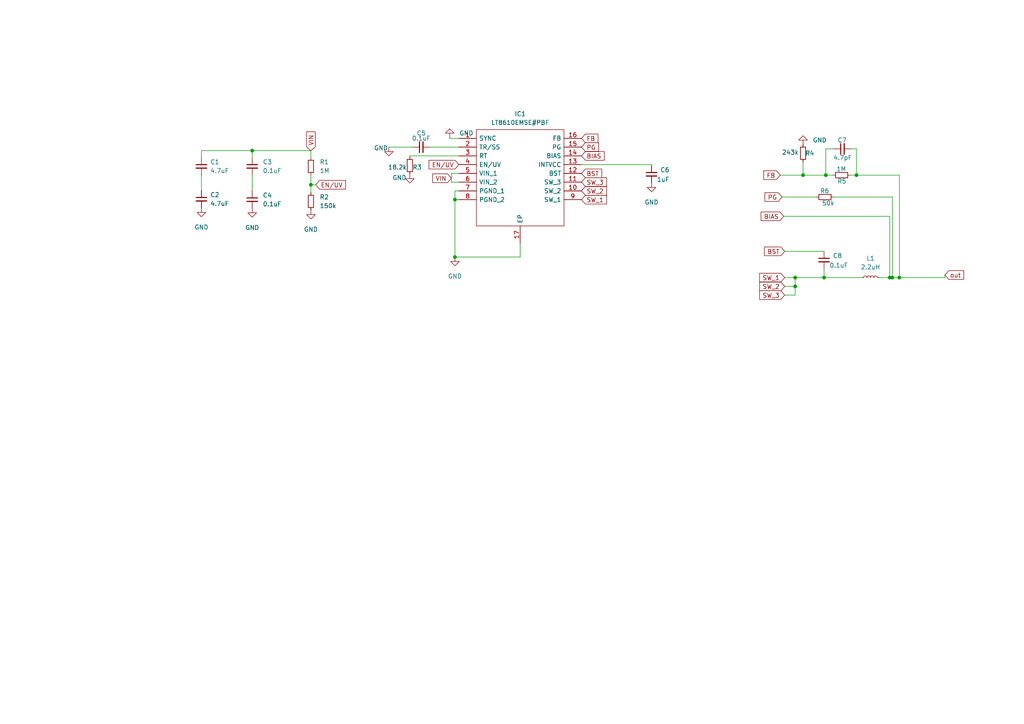
<source format=kicad_sch>
(kicad_sch (version 20211123) (generator eeschema)

  (uuid 12284b52-1f92-45ca-9db7-b3c4a1635e90)

  (paper "A4")

  (lib_symbols
    (symbol "Device:C_Small" (pin_numbers hide) (pin_names (offset 0.254) hide) (in_bom yes) (on_board yes)
      (property "Reference" "C" (id 0) (at 0.254 1.778 0)
        (effects (font (size 1.27 1.27)) (justify left))
      )
      (property "Value" "C_Small" (id 1) (at 0.254 -2.032 0)
        (effects (font (size 1.27 1.27)) (justify left))
      )
      (property "Footprint" "" (id 2) (at 0 0 0)
        (effects (font (size 1.27 1.27)) hide)
      )
      (property "Datasheet" "~" (id 3) (at 0 0 0)
        (effects (font (size 1.27 1.27)) hide)
      )
      (property "ki_keywords" "capacitor cap" (id 4) (at 0 0 0)
        (effects (font (size 1.27 1.27)) hide)
      )
      (property "ki_description" "Unpolarized capacitor, small symbol" (id 5) (at 0 0 0)
        (effects (font (size 1.27 1.27)) hide)
      )
      (property "ki_fp_filters" "C_*" (id 6) (at 0 0 0)
        (effects (font (size 1.27 1.27)) hide)
      )
      (symbol "C_Small_0_1"
        (polyline
          (pts
            (xy -1.524 -0.508)
            (xy 1.524 -0.508)
          )
          (stroke (width 0.3302) (type default) (color 0 0 0 0))
          (fill (type none))
        )
        (polyline
          (pts
            (xy -1.524 0.508)
            (xy 1.524 0.508)
          )
          (stroke (width 0.3048) (type default) (color 0 0 0 0))
          (fill (type none))
        )
      )
      (symbol "C_Small_1_1"
        (pin passive line (at 0 2.54 270) (length 2.032)
          (name "~" (effects (font (size 1.27 1.27))))
          (number "1" (effects (font (size 1.27 1.27))))
        )
        (pin passive line (at 0 -2.54 90) (length 2.032)
          (name "~" (effects (font (size 1.27 1.27))))
          (number "2" (effects (font (size 1.27 1.27))))
        )
      )
    )
    (symbol "Device:L_Small" (pin_numbers hide) (pin_names (offset 0.254) hide) (in_bom yes) (on_board yes)
      (property "Reference" "L" (id 0) (at 0.762 1.016 0)
        (effects (font (size 1.27 1.27)) (justify left))
      )
      (property "Value" "L_Small" (id 1) (at 0.762 -1.016 0)
        (effects (font (size 1.27 1.27)) (justify left))
      )
      (property "Footprint" "" (id 2) (at 0 0 0)
        (effects (font (size 1.27 1.27)) hide)
      )
      (property "Datasheet" "~" (id 3) (at 0 0 0)
        (effects (font (size 1.27 1.27)) hide)
      )
      (property "ki_keywords" "inductor choke coil reactor magnetic" (id 4) (at 0 0 0)
        (effects (font (size 1.27 1.27)) hide)
      )
      (property "ki_description" "Inductor, small symbol" (id 5) (at 0 0 0)
        (effects (font (size 1.27 1.27)) hide)
      )
      (property "ki_fp_filters" "Choke_* *Coil* Inductor_* L_*" (id 6) (at 0 0 0)
        (effects (font (size 1.27 1.27)) hide)
      )
      (symbol "L_Small_0_1"
        (arc (start 0 -2.032) (mid 0.508 -1.524) (end 0 -1.016)
          (stroke (width 0) (type default) (color 0 0 0 0))
          (fill (type none))
        )
        (arc (start 0 -1.016) (mid 0.508 -0.508) (end 0 0)
          (stroke (width 0) (type default) (color 0 0 0 0))
          (fill (type none))
        )
        (arc (start 0 0) (mid 0.508 0.508) (end 0 1.016)
          (stroke (width 0) (type default) (color 0 0 0 0))
          (fill (type none))
        )
        (arc (start 0 1.016) (mid 0.508 1.524) (end 0 2.032)
          (stroke (width 0) (type default) (color 0 0 0 0))
          (fill (type none))
        )
      )
      (symbol "L_Small_1_1"
        (pin passive line (at 0 2.54 270) (length 0.508)
          (name "~" (effects (font (size 1.27 1.27))))
          (number "1" (effects (font (size 1.27 1.27))))
        )
        (pin passive line (at 0 -2.54 90) (length 0.508)
          (name "~" (effects (font (size 1.27 1.27))))
          (number "2" (effects (font (size 1.27 1.27))))
        )
      )
    )
    (symbol "Device:R_Small" (pin_numbers hide) (pin_names (offset 0.254) hide) (in_bom yes) (on_board yes)
      (property "Reference" "R" (id 0) (at 0.762 0.508 0)
        (effects (font (size 1.27 1.27)) (justify left))
      )
      (property "Value" "R_Small" (id 1) (at 0.762 -1.016 0)
        (effects (font (size 1.27 1.27)) (justify left))
      )
      (property "Footprint" "" (id 2) (at 0 0 0)
        (effects (font (size 1.27 1.27)) hide)
      )
      (property "Datasheet" "~" (id 3) (at 0 0 0)
        (effects (font (size 1.27 1.27)) hide)
      )
      (property "ki_keywords" "R resistor" (id 4) (at 0 0 0)
        (effects (font (size 1.27 1.27)) hide)
      )
      (property "ki_description" "Resistor, small symbol" (id 5) (at 0 0 0)
        (effects (font (size 1.27 1.27)) hide)
      )
      (property "ki_fp_filters" "R_*" (id 6) (at 0 0 0)
        (effects (font (size 1.27 1.27)) hide)
      )
      (symbol "R_Small_0_1"
        (rectangle (start -0.762 1.778) (end 0.762 -1.778)
          (stroke (width 0.2032) (type default) (color 0 0 0 0))
          (fill (type none))
        )
      )
      (symbol "R_Small_1_1"
        (pin passive line (at 0 2.54 270) (length 0.762)
          (name "~" (effects (font (size 1.27 1.27))))
          (number "1" (effects (font (size 1.27 1.27))))
        )
        (pin passive line (at 0 -2.54 90) (length 0.762)
          (name "~" (effects (font (size 1.27 1.27))))
          (number "2" (effects (font (size 1.27 1.27))))
        )
      )
    )
    (symbol "SamacSys_Parts:LT8610EMSE#PBF" (pin_names (offset 0.762)) (in_bom yes) (on_board yes)
      (property "Reference" "IC" (id 0) (at 31.75 7.62 0)
        (effects (font (size 1.27 1.27)) (justify left))
      )
      (property "Value" "LT8610EMSE#PBF" (id 1) (at 31.75 5.08 0)
        (effects (font (size 1.27 1.27)) (justify left))
      )
      (property "Footprint" "SOP50P490X110-17N" (id 2) (at 31.75 2.54 0)
        (effects (font (size 1.27 1.27)) (justify left) hide)
      )
      (property "Datasheet" "http://cds.linear.com/docs/en/datasheet/8610fa.pdf" (id 3) (at 31.75 0 0)
        (effects (font (size 1.27 1.27)) (justify left) hide)
      )
      (property "Description" "Linear Technology, LT8610EMSE#PBF Switching Regulator 2.5A Adjustable, 0.97  12 V, 16-Pin MSOP" (id 4) (at 31.75 -2.54 0)
        (effects (font (size 1.27 1.27)) (justify left) hide)
      )
      (property "Height" "1.1" (id 5) (at 31.75 -5.08 0)
        (effects (font (size 1.27 1.27)) (justify left) hide)
      )
      (property "Manufacturer_Name" "Analog Devices" (id 6) (at 31.75 -7.62 0)
        (effects (font (size 1.27 1.27)) (justify left) hide)
      )
      (property "Manufacturer_Part_Number" "LT8610EMSE#PBF" (id 7) (at 31.75 -10.16 0)
        (effects (font (size 1.27 1.27)) (justify left) hide)
      )
      (property "Mouser Part Number" "584-LT8610EMSE#PBF" (id 8) (at 31.75 -12.7 0)
        (effects (font (size 1.27 1.27)) (justify left) hide)
      )
      (property "Mouser Price/Stock" "https://www.mouser.co.uk/ProductDetail/Analog-Devices/LT8610EMSEPBF?qs=hVkxg5c3xu%252B%252BFvD8yUlxUw%3D%3D" (id 9) (at 31.75 -15.24 0)
        (effects (font (size 1.27 1.27)) (justify left) hide)
      )
      (property "Arrow Part Number" "LT8610EMSE#PBF" (id 10) (at 31.75 -17.78 0)
        (effects (font (size 1.27 1.27)) (justify left) hide)
      )
      (property "Arrow Price/Stock" "https://www.arrow.com/en/products/lt8610emsepbf/analog-devices?region=europe" (id 11) (at 31.75 -20.32 0)
        (effects (font (size 1.27 1.27)) (justify left) hide)
      )
      (property "ki_description" "Linear Technology, LT8610EMSE#PBF Switching Regulator 2.5A Adjustable, 0.97  12 V, 16-Pin MSOP" (id 12) (at 0 0 0)
        (effects (font (size 1.27 1.27)) hide)
      )
      (symbol "LT8610EMSE#PBF_0_0"
        (pin passive line (at 0 0 0) (length 5.08)
          (name "SYNC" (effects (font (size 1.27 1.27))))
          (number "1" (effects (font (size 1.27 1.27))))
        )
        (pin passive line (at 35.56 -15.24 180) (length 5.08)
          (name "SW_2" (effects (font (size 1.27 1.27))))
          (number "10" (effects (font (size 1.27 1.27))))
        )
        (pin passive line (at 35.56 -12.7 180) (length 5.08)
          (name "SW_3" (effects (font (size 1.27 1.27))))
          (number "11" (effects (font (size 1.27 1.27))))
        )
        (pin passive line (at 35.56 -10.16 180) (length 5.08)
          (name "BST" (effects (font (size 1.27 1.27))))
          (number "12" (effects (font (size 1.27 1.27))))
        )
        (pin passive line (at 35.56 -7.62 180) (length 5.08)
          (name "INTVCC" (effects (font (size 1.27 1.27))))
          (number "13" (effects (font (size 1.27 1.27))))
        )
        (pin passive line (at 35.56 -5.08 180) (length 5.08)
          (name "BIAS" (effects (font (size 1.27 1.27))))
          (number "14" (effects (font (size 1.27 1.27))))
        )
        (pin passive line (at 35.56 -2.54 180) (length 5.08)
          (name "PG" (effects (font (size 1.27 1.27))))
          (number "15" (effects (font (size 1.27 1.27))))
        )
        (pin passive line (at 35.56 0 180) (length 5.08)
          (name "FB" (effects (font (size 1.27 1.27))))
          (number "16" (effects (font (size 1.27 1.27))))
        )
        (pin passive line (at 17.78 -30.48 90) (length 5.08)
          (name "EP" (effects (font (size 1.27 1.27))))
          (number "17" (effects (font (size 1.27 1.27))))
        )
        (pin passive line (at 0 -2.54 0) (length 5.08)
          (name "TR/SS" (effects (font (size 1.27 1.27))))
          (number "2" (effects (font (size 1.27 1.27))))
        )
        (pin passive line (at 0 -5.08 0) (length 5.08)
          (name "RT" (effects (font (size 1.27 1.27))))
          (number "3" (effects (font (size 1.27 1.27))))
        )
        (pin passive line (at 0 -7.62 0) (length 5.08)
          (name "EN/UV" (effects (font (size 1.27 1.27))))
          (number "4" (effects (font (size 1.27 1.27))))
        )
        (pin power_in line (at 0 -10.16 0) (length 5.08)
          (name "VIN_1" (effects (font (size 1.27 1.27))))
          (number "5" (effects (font (size 1.27 1.27))))
        )
        (pin power_in line (at 0 -12.7 0) (length 5.08)
          (name "VIN_2" (effects (font (size 1.27 1.27))))
          (number "6" (effects (font (size 1.27 1.27))))
        )
        (pin power_in line (at 0 -15.24 0) (length 5.08)
          (name "PGND_1" (effects (font (size 1.27 1.27))))
          (number "7" (effects (font (size 1.27 1.27))))
        )
        (pin power_in line (at 0 -17.78 0) (length 5.08)
          (name "PGND_2" (effects (font (size 1.27 1.27))))
          (number "8" (effects (font (size 1.27 1.27))))
        )
        (pin passive line (at 35.56 -17.78 180) (length 5.08)
          (name "SW_1" (effects (font (size 1.27 1.27))))
          (number "9" (effects (font (size 1.27 1.27))))
        )
      )
      (symbol "LT8610EMSE#PBF_0_1"
        (polyline
          (pts
            (xy 5.08 2.54)
            (xy 30.48 2.54)
            (xy 30.48 -25.4)
            (xy 5.08 -25.4)
            (xy 5.08 2.54)
          )
          (stroke (width 0.1524) (type default) (color 0 0 0 0))
          (fill (type none))
        )
      )
    )
    (symbol "power:GND" (power) (pin_names (offset 0)) (in_bom yes) (on_board yes)
      (property "Reference" "#PWR" (id 0) (at 0 -6.35 0)
        (effects (font (size 1.27 1.27)) hide)
      )
      (property "Value" "GND" (id 1) (at 0 -3.81 0)
        (effects (font (size 1.27 1.27)))
      )
      (property "Footprint" "" (id 2) (at 0 0 0)
        (effects (font (size 1.27 1.27)) hide)
      )
      (property "Datasheet" "" (id 3) (at 0 0 0)
        (effects (font (size 1.27 1.27)) hide)
      )
      (property "ki_keywords" "power-flag" (id 4) (at 0 0 0)
        (effects (font (size 1.27 1.27)) hide)
      )
      (property "ki_description" "Power symbol creates a global label with name \"GND\" , ground" (id 5) (at 0 0 0)
        (effects (font (size 1.27 1.27)) hide)
      )
      (symbol "GND_0_1"
        (polyline
          (pts
            (xy 0 0)
            (xy 0 -1.27)
            (xy 1.27 -1.27)
            (xy 0 -2.54)
            (xy -1.27 -1.27)
            (xy 0 -1.27)
          )
          (stroke (width 0) (type default) (color 0 0 0 0))
          (fill (type none))
        )
      )
      (symbol "GND_1_1"
        (pin power_in line (at 0 0 270) (length 0) hide
          (name "GND" (effects (font (size 1.27 1.27))))
          (number "1" (effects (font (size 1.27 1.27))))
        )
      )
    )
  )

  (junction (at 248.412 50.8) (diameter 0) (color 0 0 0 0)
    (uuid 1c1ad26a-0aa3-495b-af3b-23bcb6cb3d3c)
  )
  (junction (at 260.858 80.518) (diameter 0) (color 0 0 0 0)
    (uuid 22669d48-56f0-4d5a-bc53-2436cb9f9f73)
  )
  (junction (at 258.826 80.518) (diameter 0) (color 0 0 0 0)
    (uuid 24fb2ece-aaff-45bf-b296-4b438190dfd8)
  )
  (junction (at 239.522 50.8) (diameter 0) (color 0 0 0 0)
    (uuid 53cb57d7-e26e-441c-8502-28d0019f0fdf)
  )
  (junction (at 230.632 80.518) (diameter 0) (color 0 0 0 0)
    (uuid 6f0fec35-7d25-46d9-9819-8ed87d735249)
  )
  (junction (at 131.953 74.549) (diameter 0) (color 0 0 0 0)
    (uuid 7bce833a-19e7-4930-ba86-111b29d5af15)
  )
  (junction (at 239.014 80.518) (diameter 0) (color 0 0 0 0)
    (uuid a11c4214-2b4b-4ee0-898b-3a8955421154)
  )
  (junction (at 131.953 57.912) (diameter 0) (color 0 0 0 0)
    (uuid ad73f90c-6b75-42fd-8424-42a9401b4f61)
  )
  (junction (at 230.632 83.058) (diameter 0) (color 0 0 0 0)
    (uuid b9cfe1c5-544a-443c-9ea4-7aaebe7ed0bf)
  )
  (junction (at 258.064 80.518) (diameter 0) (color 0 0 0 0)
    (uuid c3ca92b8-a453-4acc-aac8-39f0bb0cdd73)
  )
  (junction (at 90.17 53.594) (diameter 0) (color 0 0 0 0)
    (uuid e3842e38-e19a-467f-94bf-9d3ab58b11db)
  )
  (junction (at 232.918 50.8) (diameter 0) (color 0 0 0 0)
    (uuid f1ece325-50c7-4d6f-8fcb-eec54d77e4fd)
  )
  (junction (at 73.152 43.688) (diameter 0) (color 0 0 0 0)
    (uuid f41bb2bf-1353-4d7c-abcf-b0dc411334e6)
  )

  (wire (pts (xy 90.17 53.594) (xy 90.17 55.88))
    (stroke (width 0) (type default) (color 0 0 0 0))
    (uuid 01834a3d-ca16-4e37-ae89-e4139e879727)
  )
  (wire (pts (xy 258.826 57.15) (xy 258.826 80.518))
    (stroke (width 0) (type default) (color 0 0 0 0))
    (uuid 1dbe5525-0d61-4fb5-9c12-353e8fa04e9d)
  )
  (wire (pts (xy 73.152 43.688) (xy 90.17 43.688))
    (stroke (width 0) (type default) (color 0 0 0 0))
    (uuid 2e1286e3-dd4c-4a2d-8b60-d54373e7a2c2)
  )
  (wire (pts (xy 90.17 43.688) (xy 90.17 45.72))
    (stroke (width 0) (type default) (color 0 0 0 0))
    (uuid 2fe80c79-1bad-4184-82f0-b042a393b53f)
  )
  (wire (pts (xy 188.976 47.752) (xy 168.656 47.752))
    (stroke (width 0) (type default) (color 0 0 0 0))
    (uuid 305eccce-249e-47e1-8f8b-b67eeb8aa467)
  )
  (wire (pts (xy 230.632 80.518) (xy 230.632 83.058))
    (stroke (width 0) (type default) (color 0 0 0 0))
    (uuid 3292d3f7-34ee-44da-aff5-27e7baf7200c)
  )
  (wire (pts (xy 133.096 50.292) (xy 130.937 50.292))
    (stroke (width 0) (type default) (color 0 0 0 0))
    (uuid 33bdc5a9-391d-4f7c-bfca-c0fc6ffa4441)
  )
  (wire (pts (xy 133.096 57.912) (xy 131.953 57.912))
    (stroke (width 0) (type default) (color 0 0 0 0))
    (uuid 3710290e-a257-4c5e-9bc7-7be9532aa02b)
  )
  (wire (pts (xy 227.584 72.898) (xy 239.014 72.898))
    (stroke (width 0) (type default) (color 0 0 0 0))
    (uuid 3a3767cd-81d4-422e-8c03-75bb0b127469)
  )
  (wire (pts (xy 124.714 42.672) (xy 133.096 42.672))
    (stroke (width 0) (type default) (color 0 0 0 0))
    (uuid 3b5db385-08e3-4fbc-9f91-3d3cf90946ca)
  )
  (wire (pts (xy 239.014 80.518) (xy 230.632 80.518))
    (stroke (width 0) (type default) (color 0 0 0 0))
    (uuid 405dc0c2-6792-4da4-a299-312a99edfc68)
  )
  (wire (pts (xy 239.014 80.518) (xy 249.936 80.518))
    (stroke (width 0) (type default) (color 0 0 0 0))
    (uuid 41194e7f-5d35-4982-aa1f-73c0813819c5)
  )
  (wire (pts (xy 248.412 50.8) (xy 246.634 50.8))
    (stroke (width 0) (type default) (color 0 0 0 0))
    (uuid 4a4f8a34-28eb-48a9-b5ad-84bbba25307c)
  )
  (wire (pts (xy 241.808 57.15) (xy 258.826 57.15))
    (stroke (width 0) (type default) (color 0 0 0 0))
    (uuid 4ccd7c69-49c8-493d-bfd3-d52011c0e79b)
  )
  (wire (pts (xy 112.776 42.672) (xy 119.634 42.672))
    (stroke (width 0) (type default) (color 0 0 0 0))
    (uuid 4d66ec05-2f25-4ef0-9f73-3fe8d855d68c)
  )
  (wire (pts (xy 227.584 80.518) (xy 230.632 80.518))
    (stroke (width 0) (type default) (color 0 0 0 0))
    (uuid 54fa378b-1ab0-4bdb-8c1c-75503c4b3f3d)
  )
  (wire (pts (xy 239.522 50.8) (xy 241.554 50.8))
    (stroke (width 0) (type default) (color 0 0 0 0))
    (uuid 5de540d4-ba0e-4abe-b5ca-9e1b516d4d51)
  )
  (wire (pts (xy 258.826 80.518) (xy 260.858 80.518))
    (stroke (width 0) (type default) (color 0 0 0 0))
    (uuid 699d3732-f415-4be2-b50d-7864ff11a58a)
  )
  (wire (pts (xy 58.42 43.688) (xy 58.42 45.72))
    (stroke (width 0) (type default) (color 0 0 0 0))
    (uuid 6bbc70fc-644a-466e-8a2c-e8b02e1a33e7)
  )
  (wire (pts (xy 133.096 52.832) (xy 130.937 52.832))
    (stroke (width 0) (type default) (color 0 0 0 0))
    (uuid 6d8249ea-13a8-47a5-9e5b-b8968b3402ab)
  )
  (wire (pts (xy 230.632 85.598) (xy 230.632 83.058))
    (stroke (width 0) (type default) (color 0 0 0 0))
    (uuid 6e13683d-68fb-4131-b239-c3e3f847e3bf)
  )
  (wire (pts (xy 258.826 80.518) (xy 258.064 80.518))
    (stroke (width 0) (type default) (color 0 0 0 0))
    (uuid 73415628-9d26-48c9-9113-3917e0a2d252)
  )
  (wire (pts (xy 260.858 80.518) (xy 274.066 80.518))
    (stroke (width 0) (type default) (color 0 0 0 0))
    (uuid 7720af38-901a-41ca-83e4-3c4e0f13820a)
  )
  (wire (pts (xy 232.918 50.8) (xy 239.522 50.8))
    (stroke (width 0) (type default) (color 0 0 0 0))
    (uuid 7ba9daff-c2d1-4fbb-8e23-441e863409a3)
  )
  (wire (pts (xy 232.918 50.8) (xy 232.918 46.99))
    (stroke (width 0) (type default) (color 0 0 0 0))
    (uuid 85f8b1a4-6047-495b-89bf-fc71b8b7e241)
  )
  (wire (pts (xy 246.888 43.18) (xy 248.412 43.18))
    (stroke (width 0) (type default) (color 0 0 0 0))
    (uuid 8b49f042-2474-4a76-ae04-5339ee17ca37)
  )
  (wire (pts (xy 150.876 74.549) (xy 131.953 74.549))
    (stroke (width 0) (type default) (color 0 0 0 0))
    (uuid 979229b2-f207-4f20-a9e9-768a9da0eaad)
  )
  (wire (pts (xy 90.17 50.8) (xy 90.17 53.594))
    (stroke (width 0) (type default) (color 0 0 0 0))
    (uuid a0177968-c3f6-4b7f-989f-ea7ba850a9f1)
  )
  (wire (pts (xy 248.412 43.18) (xy 248.412 50.8))
    (stroke (width 0) (type default) (color 0 0 0 0))
    (uuid a33b66df-f75b-4e97-857e-ebfe9836d8ac)
  )
  (wire (pts (xy 230.632 83.058) (xy 227.584 83.058))
    (stroke (width 0) (type default) (color 0 0 0 0))
    (uuid a89fab89-7b39-45ec-9d3e-f6907120e91b)
  )
  (wire (pts (xy 130.937 50.292) (xy 130.937 52.832))
    (stroke (width 0) (type default) (color 0 0 0 0))
    (uuid acd20580-2230-4ef4-926a-82c1d0da276d)
  )
  (wire (pts (xy 131.953 55.372) (xy 131.953 57.912))
    (stroke (width 0) (type default) (color 0 0 0 0))
    (uuid aed8fa89-62c2-454b-a6b5-2f1045eec6a6)
  )
  (wire (pts (xy 133.096 55.372) (xy 131.953 55.372))
    (stroke (width 0) (type default) (color 0 0 0 0))
    (uuid bc614f0c-d8a5-4286-9e99-26776f55f284)
  )
  (wire (pts (xy 118.872 45.212) (xy 118.872 45.466))
    (stroke (width 0) (type default) (color 0 0 0 0))
    (uuid be3a9a79-d6b1-4bff-9c97-08cc3a5a68b2)
  )
  (wire (pts (xy 248.412 50.8) (xy 260.858 50.8))
    (stroke (width 0) (type default) (color 0 0 0 0))
    (uuid bebfe1b8-e1b3-4f1e-8414-db800aeba96b)
  )
  (wire (pts (xy 241.808 43.18) (xy 239.522 43.18))
    (stroke (width 0) (type default) (color 0 0 0 0))
    (uuid c0ef338f-3724-48d1-b43a-252feb813aa6)
  )
  (wire (pts (xy 274.066 80.518) (xy 274.066 79.756))
    (stroke (width 0) (type default) (color 0 0 0 0))
    (uuid c20fada0-d719-461c-91c2-a854dbcd750d)
  )
  (wire (pts (xy 131.953 57.912) (xy 131.953 74.549))
    (stroke (width 0) (type default) (color 0 0 0 0))
    (uuid c8d3fe9b-2783-4622-b360-dbc093df7871)
  )
  (wire (pts (xy 226.314 50.8) (xy 232.918 50.8))
    (stroke (width 0) (type default) (color 0 0 0 0))
    (uuid cb54559f-d137-47bc-a553-c5b59839bcc0)
  )
  (wire (pts (xy 73.152 50.8) (xy 73.152 55.372))
    (stroke (width 0) (type default) (color 0 0 0 0))
    (uuid cc23d835-71ae-47aa-bb33-87d57163830f)
  )
  (wire (pts (xy 258.064 80.518) (xy 255.016 80.518))
    (stroke (width 0) (type default) (color 0 0 0 0))
    (uuid cce6f42d-5d35-41c2-87f0-fe51f2d40876)
  )
  (wire (pts (xy 188.976 47.752) (xy 188.976 48.006))
    (stroke (width 0) (type default) (color 0 0 0 0))
    (uuid cf127c9a-15a2-407c-8571-ec764020ff52)
  )
  (wire (pts (xy 227.584 85.598) (xy 230.632 85.598))
    (stroke (width 0) (type default) (color 0 0 0 0))
    (uuid d307902f-f4ea-4467-8097-5673cc146767)
  )
  (wire (pts (xy 90.17 53.594) (xy 91.567 53.594))
    (stroke (width 0) (type default) (color 0 0 0 0))
    (uuid d61dffda-28d4-43ed-8fb5-0b2056210651)
  )
  (wire (pts (xy 58.42 50.8) (xy 58.42 55.245))
    (stroke (width 0) (type default) (color 0 0 0 0))
    (uuid dd58affa-3b24-49c3-8032-2e89052bebee)
  )
  (wire (pts (xy 226.822 57.15) (xy 236.728 57.15))
    (stroke (width 0) (type default) (color 0 0 0 0))
    (uuid e22a1c4e-c25e-4d9c-9f43-f5ef0c59bd55)
  )
  (wire (pts (xy 239.522 43.18) (xy 239.522 50.8))
    (stroke (width 0) (type default) (color 0 0 0 0))
    (uuid e6aba416-0f35-4080-a5e2-f6a14ebf650e)
  )
  (wire (pts (xy 227.33 62.738) (xy 258.064 62.738))
    (stroke (width 0) (type default) (color 0 0 0 0))
    (uuid e752960f-9250-404b-b7d4-ec98bc31bdaf)
  )
  (wire (pts (xy 260.858 50.8) (xy 260.858 80.518))
    (stroke (width 0) (type default) (color 0 0 0 0))
    (uuid e9c6242f-4364-4b5e-aa78-c61872bbca5e)
  )
  (wire (pts (xy 133.096 40.132) (xy 130.429 40.132))
    (stroke (width 0) (type default) (color 0 0 0 0))
    (uuid eec4afca-c0ef-4fe9-bf00-77766783642b)
  )
  (wire (pts (xy 58.42 43.688) (xy 73.152 43.688))
    (stroke (width 0) (type default) (color 0 0 0 0))
    (uuid f4c669fb-56bd-4922-ae2e-b655a4b7115c)
  )
  (wire (pts (xy 133.096 45.212) (xy 118.872 45.212))
    (stroke (width 0) (type default) (color 0 0 0 0))
    (uuid f6bb8179-3ed3-41b4-ab2a-d1e236173aa2)
  )
  (wire (pts (xy 150.876 70.612) (xy 150.876 74.549))
    (stroke (width 0) (type default) (color 0 0 0 0))
    (uuid f9c85ea2-766b-4316-8a28-a0af91211e9f)
  )
  (wire (pts (xy 239.014 77.978) (xy 239.014 80.518))
    (stroke (width 0) (type default) (color 0 0 0 0))
    (uuid fb14c9ac-9dec-4456-b8db-092fb59a2b4c)
  )
  (wire (pts (xy 130.429 40.132) (xy 130.429 39.878))
    (stroke (width 0) (type default) (color 0 0 0 0))
    (uuid fccd8719-2318-4b9d-a406-1b27cf9ec59d)
  )
  (wire (pts (xy 73.152 43.688) (xy 73.152 45.72))
    (stroke (width 0) (type default) (color 0 0 0 0))
    (uuid fd7901e8-9017-40fe-b9df-5a111c7505eb)
  )
  (wire (pts (xy 258.064 62.738) (xy 258.064 80.518))
    (stroke (width 0) (type default) (color 0 0 0 0))
    (uuid ff7fe821-1e27-4905-aa55-5f73b9aeabdd)
  )

  (global_label "SW_1" (shape input) (at 227.584 80.518 180) (fields_autoplaced)
    (effects (font (size 1.27 1.27)) (justify right))
    (uuid 094d8e89-2899-4a7c-844e-175027f0a198)
    (property "Intersheet References" "${INTERSHEET_REFS}" (id 0) (at 220.3328 80.5974 0)
      (effects (font (size 1.27 1.27)) (justify right) hide)
    )
  )
  (global_label "SW_3" (shape input) (at 227.584 85.598 180) (fields_autoplaced)
    (effects (font (size 1.27 1.27)) (justify right))
    (uuid 0a7b7410-4e24-47d7-aabd-6f051587b41d)
    (property "Intersheet References" "${INTERSHEET_REFS}" (id 0) (at 220.3328 85.6774 0)
      (effects (font (size 1.27 1.27)) (justify right) hide)
    )
  )
  (global_label "FB" (shape input) (at 168.656 40.132 0) (fields_autoplaced)
    (effects (font (size 1.27 1.27)) (justify left))
    (uuid 0eaa4f38-1684-42bf-af89-45b5a21637c1)
    (property "Intersheet References" "${INTERSHEET_REFS}" (id 0) (at 173.4277 40.0526 0)
      (effects (font (size 1.27 1.27)) (justify left) hide)
    )
  )
  (global_label "FB" (shape input) (at 226.314 50.8 180) (fields_autoplaced)
    (effects (font (size 1.27 1.27)) (justify right))
    (uuid 13d49678-6fea-4982-aed1-40256fc2f5da)
    (property "Intersheet References" "${INTERSHEET_REFS}" (id 0) (at 221.5423 50.8794 0)
      (effects (font (size 1.27 1.27)) (justify right) hide)
    )
  )
  (global_label "SW_2" (shape input) (at 168.656 55.372 0) (fields_autoplaced)
    (effects (font (size 1.27 1.27)) (justify left))
    (uuid 16a03975-197c-47a7-80f7-936e9d432b5b)
    (property "Intersheet References" "${INTERSHEET_REFS}" (id 0) (at 175.9072 55.2926 0)
      (effects (font (size 1.27 1.27)) (justify left) hide)
    )
  )
  (global_label "BST" (shape input) (at 168.656 50.292 0) (fields_autoplaced)
    (effects (font (size 1.27 1.27)) (justify left))
    (uuid 307da593-a021-4fa5-8a6b-5ccfc5a6c3f9)
    (property "Intersheet References" "${INTERSHEET_REFS}" (id 0) (at 174.5162 50.2126 0)
      (effects (font (size 1.27 1.27)) (justify left) hide)
    )
  )
  (global_label "PG" (shape input) (at 168.656 42.672 0) (fields_autoplaced)
    (effects (font (size 1.27 1.27)) (justify left))
    (uuid 30f08a99-302a-40a6-8caa-d398efd899b0)
    (property "Intersheet References" "${INTERSHEET_REFS}" (id 0) (at 173.6091 42.5926 0)
      (effects (font (size 1.27 1.27)) (justify left) hide)
    )
  )
  (global_label "EN{slash}UV" (shape input) (at 133.096 47.752 180) (fields_autoplaced)
    (effects (font (size 1.27 1.27)) (justify right))
    (uuid 484a6814-ba35-482b-bad1-f722378f9804)
    (property "Intersheet References" "${INTERSHEET_REFS}" (id 0) (at 124.4539 47.6726 0)
      (effects (font (size 1.27 1.27)) (justify right) hide)
    )
  )
  (global_label "BIAS" (shape input) (at 227.33 62.738 180) (fields_autoplaced)
    (effects (font (size 1.27 1.27)) (justify right))
    (uuid 5b72791d-75bf-4626-9a45-d5d2beb98775)
    (property "Intersheet References" "${INTERSHEET_REFS}" (id 0) (at 220.744 62.8174 0)
      (effects (font (size 1.27 1.27)) (justify right) hide)
    )
  )
  (global_label "VIN" (shape input) (at 90.17 43.688 90) (fields_autoplaced)
    (effects (font (size 1.27 1.27)) (justify left))
    (uuid a01b0377-0e57-4135-aae4-1e8b66643868)
    (property "Intersheet References" "${INTERSHEET_REFS}" (id 0) (at 90.2494 38.2511 90)
      (effects (font (size 1.27 1.27)) (justify left) hide)
    )
  )
  (global_label "SW_2" (shape input) (at 227.584 83.058 180) (fields_autoplaced)
    (effects (font (size 1.27 1.27)) (justify right))
    (uuid a79c24bb-c7da-4a55-93f5-1ee7d52d1550)
    (property "Intersheet References" "${INTERSHEET_REFS}" (id 0) (at 220.3328 83.1374 0)
      (effects (font (size 1.27 1.27)) (justify right) hide)
    )
  )
  (global_label "SW_1" (shape input) (at 168.656 57.912 0) (fields_autoplaced)
    (effects (font (size 1.27 1.27)) (justify left))
    (uuid af63e0b5-aaa6-4b15-b64c-0da7284b2f1a)
    (property "Intersheet References" "${INTERSHEET_REFS}" (id 0) (at 175.9072 57.8326 0)
      (effects (font (size 1.27 1.27)) (justify left) hide)
    )
  )
  (global_label "EN{slash}UV" (shape input) (at 91.567 53.594 0) (fields_autoplaced)
    (effects (font (size 1.27 1.27)) (justify left))
    (uuid cc5ae4ab-5e41-4959-9e41-2a69a885eb71)
    (property "Intersheet References" "${INTERSHEET_REFS}" (id 0) (at 100.2091 53.6734 0)
      (effects (font (size 1.27 1.27)) (justify left) hide)
    )
  )
  (global_label "BIAS" (shape input) (at 168.656 45.212 0) (fields_autoplaced)
    (effects (font (size 1.27 1.27)) (justify left))
    (uuid dfc38bb0-b461-4a02-b31b-7f20ff802ec6)
    (property "Intersheet References" "${INTERSHEET_REFS}" (id 0) (at 175.242 45.1326 0)
      (effects (font (size 1.27 1.27)) (justify left) hide)
    )
  )
  (global_label "PG" (shape input) (at 226.822 57.15 180) (fields_autoplaced)
    (effects (font (size 1.27 1.27)) (justify right))
    (uuid e0141104-22c8-4236-a5f1-157819eabfbc)
    (property "Intersheet References" "${INTERSHEET_REFS}" (id 0) (at 221.8689 57.2294 0)
      (effects (font (size 1.27 1.27)) (justify right) hide)
    )
  )
  (global_label "BST" (shape input) (at 227.584 72.898 180) (fields_autoplaced)
    (effects (font (size 1.27 1.27)) (justify right))
    (uuid e568ff0c-7661-4180-8b59-372bc59e0769)
    (property "Intersheet References" "${INTERSHEET_REFS}" (id 0) (at 221.7238 72.9774 0)
      (effects (font (size 1.27 1.27)) (justify right) hide)
    )
  )
  (global_label "VIN" (shape input) (at 130.937 51.689 180) (fields_autoplaced)
    (effects (font (size 1.27 1.27)) (justify right))
    (uuid eee8ddde-2ff2-4a57-8469-3943a7f95356)
    (property "Intersheet References" "${INTERSHEET_REFS}" (id 0) (at 125.5001 51.6096 0)
      (effects (font (size 1.27 1.27)) (justify right) hide)
    )
  )
  (global_label "SW_3" (shape input) (at 168.656 52.832 0) (fields_autoplaced)
    (effects (font (size 1.27 1.27)) (justify left))
    (uuid fbcccd6c-9e6a-40fb-9e44-0b83d47551a3)
    (property "Intersheet References" "${INTERSHEET_REFS}" (id 0) (at 175.9072 52.7526 0)
      (effects (font (size 1.27 1.27)) (justify left) hide)
    )
  )
  (global_label "out" (shape input) (at 274.066 79.756 0) (fields_autoplaced)
    (effects (font (size 1.27 1.27)) (justify left))
    (uuid fea68cab-0293-4c76-9055-56671bdd7c93)
    (property "Intersheet References" "${INTERSHEET_REFS}" (id 0) (at 279.5029 79.6766 0)
      (effects (font (size 1.27 1.27)) (justify left) hide)
    )
  )

  (symbol (lib_id "Device:R_Small") (at 118.872 48.006 0) (unit 1)
    (in_bom yes) (on_board yes)
    (uuid 013b21fd-b400-4a59-a852-7bfefe40e699)
    (property "Reference" "R3" (id 0) (at 119.634 48.514 0)
      (effects (font (size 1.27 1.27)) (justify left))
    )
    (property "Value" "18.2k" (id 1) (at 112.522 48.514 0)
      (effects (font (size 1.27 1.27)) (justify left))
    )
    (property "Footprint" "" (id 2) (at 118.872 48.006 0)
      (effects (font (size 1.27 1.27)) hide)
    )
    (property "Datasheet" "~" (id 3) (at 118.872 48.006 0)
      (effects (font (size 1.27 1.27)) hide)
    )
    (pin "1" (uuid 90a3de44-d279-47d0-b468-a0080c7ed2a9))
    (pin "2" (uuid 175b676a-2f6d-4bc0-994b-4154176a880c))
  )

  (symbol (lib_id "power:GND") (at 188.976 53.086 0) (unit 1)
    (in_bom yes) (on_board yes) (fields_autoplaced)
    (uuid 2165a5b7-1028-4ca7-b086-b8ef8b1d9e3c)
    (property "Reference" "#PWR?" (id 0) (at 188.976 59.436 0)
      (effects (font (size 1.27 1.27)) hide)
    )
    (property "Value" "GND" (id 1) (at 188.976 58.674 0))
    (property "Footprint" "" (id 2) (at 188.976 53.086 0)
      (effects (font (size 1.27 1.27)) hide)
    )
    (property "Datasheet" "" (id 3) (at 188.976 53.086 0)
      (effects (font (size 1.27 1.27)) hide)
    )
    (pin "1" (uuid 0648aa2a-5e32-4e4b-a2ef-aadf7a47d054))
  )

  (symbol (lib_id "Device:C_Small") (at 58.42 57.785 0) (unit 1)
    (in_bom yes) (on_board yes) (fields_autoplaced)
    (uuid 2f695b60-7f06-4013-968f-9c345b57aa48)
    (property "Reference" "C2" (id 0) (at 60.96 56.5212 0)
      (effects (font (size 1.27 1.27)) (justify left))
    )
    (property "Value" "4.7uF" (id 1) (at 60.96 59.0612 0)
      (effects (font (size 1.27 1.27)) (justify left))
    )
    (property "Footprint" "" (id 2) (at 58.42 57.785 0)
      (effects (font (size 1.27 1.27)) hide)
    )
    (property "Datasheet" "~" (id 3) (at 58.42 57.785 0)
      (effects (font (size 1.27 1.27)) hide)
    )
    (pin "1" (uuid 4c5692bc-cc40-4291-aa4c-5188b57f6a8d))
    (pin "2" (uuid 23712c75-63c1-4ba9-a74e-103c88d2c0c5))
  )

  (symbol (lib_id "power:GND") (at 90.17 60.96 0) (unit 1)
    (in_bom yes) (on_board yes) (fields_autoplaced)
    (uuid 31fbf76d-f6cf-4271-87dd-9ec67e1d08ea)
    (property "Reference" "#PWR?" (id 0) (at 90.17 67.31 0)
      (effects (font (size 1.27 1.27)) hide)
    )
    (property "Value" "GND" (id 1) (at 90.17 66.548 0))
    (property "Footprint" "" (id 2) (at 90.17 60.96 0)
      (effects (font (size 1.27 1.27)) hide)
    )
    (property "Datasheet" "" (id 3) (at 90.17 60.96 0)
      (effects (font (size 1.27 1.27)) hide)
    )
    (pin "1" (uuid e7f4e002-f83d-4114-9750-aff09e3148ea))
  )

  (symbol (lib_id "Device:C_Small") (at 73.152 57.912 0) (unit 1)
    (in_bom yes) (on_board yes) (fields_autoplaced)
    (uuid 43fbe193-ac52-4742-a8e1-aad5b1e4b8b0)
    (property "Reference" "C4" (id 0) (at 76.2 56.6482 0)
      (effects (font (size 1.27 1.27)) (justify left))
    )
    (property "Value" "0.1uF" (id 1) (at 76.2 59.1882 0)
      (effects (font (size 1.27 1.27)) (justify left))
    )
    (property "Footprint" "" (id 2) (at 73.152 57.912 0)
      (effects (font (size 1.27 1.27)) hide)
    )
    (property "Datasheet" "~" (id 3) (at 73.152 57.912 0)
      (effects (font (size 1.27 1.27)) hide)
    )
    (pin "1" (uuid 176f108f-d48a-47dd-a88b-1ffbf31a26ab))
    (pin "2" (uuid 1adb2dc3-80eb-41f4-8b41-2e8162da11a1))
  )

  (symbol (lib_id "power:GND") (at 131.953 74.549 0) (unit 1)
    (in_bom yes) (on_board yes) (fields_autoplaced)
    (uuid 53fbae51-6db4-4669-b86c-aa6e6d705483)
    (property "Reference" "#PWR?" (id 0) (at 131.953 80.899 0)
      (effects (font (size 1.27 1.27)) hide)
    )
    (property "Value" "GND" (id 1) (at 131.953 80.137 0))
    (property "Footprint" "" (id 2) (at 131.953 74.549 0)
      (effects (font (size 1.27 1.27)) hide)
    )
    (property "Datasheet" "" (id 3) (at 131.953 74.549 0)
      (effects (font (size 1.27 1.27)) hide)
    )
    (pin "1" (uuid 7ecc35f6-ebf4-4f44-8692-4497618f765b))
  )

  (symbol (lib_id "power:GND") (at 130.429 39.878 180) (unit 1)
    (in_bom yes) (on_board yes) (fields_autoplaced)
    (uuid 59e8c829-45b7-49a1-82e4-03843f762b96)
    (property "Reference" "#PWR?" (id 0) (at 130.429 33.528 0)
      (effects (font (size 1.27 1.27)) hide)
    )
    (property "Value" "GND" (id 1) (at 133.223 38.6079 0)
      (effects (font (size 1.27 1.27)) (justify right))
    )
    (property "Footprint" "" (id 2) (at 130.429 39.878 0)
      (effects (font (size 1.27 1.27)) hide)
    )
    (property "Datasheet" "" (id 3) (at 130.429 39.878 0)
      (effects (font (size 1.27 1.27)) hide)
    )
    (pin "1" (uuid 8858c07d-bb72-4715-bf6a-abf773ba5126))
  )

  (symbol (lib_id "Device:R_Small") (at 90.17 58.42 0) (unit 1)
    (in_bom yes) (on_board yes) (fields_autoplaced)
    (uuid 6336d3a8-7e67-49b2-a84a-23b6c3c20dce)
    (property "Reference" "R2" (id 0) (at 92.71 57.1499 0)
      (effects (font (size 1.27 1.27)) (justify left))
    )
    (property "Value" "150k" (id 1) (at 92.71 59.6899 0)
      (effects (font (size 1.27 1.27)) (justify left))
    )
    (property "Footprint" "" (id 2) (at 90.17 58.42 0)
      (effects (font (size 1.27 1.27)) hide)
    )
    (property "Datasheet" "~" (id 3) (at 90.17 58.42 0)
      (effects (font (size 1.27 1.27)) hide)
    )
    (pin "1" (uuid 4a62e4af-abb0-412f-825e-9d1047ee8c0c))
    (pin "2" (uuid a9c50568-959f-4d80-8fc4-ece0a0c86cc5))
  )

  (symbol (lib_id "Device:C_Small") (at 244.348 43.18 90) (unit 1)
    (in_bom yes) (on_board yes)
    (uuid 83e6f342-6781-4e0e-96e2-e002f1fb3149)
    (property "Reference" "C7" (id 0) (at 245.618 40.64 90)
      (effects (font (size 1.27 1.27)) (justify left))
    )
    (property "Value" "4.7pF" (id 1) (at 247.142 45.72 90)
      (effects (font (size 1.27 1.27)) (justify left))
    )
    (property "Footprint" "" (id 2) (at 244.348 43.18 0)
      (effects (font (size 1.27 1.27)) hide)
    )
    (property "Datasheet" "~" (id 3) (at 244.348 43.18 0)
      (effects (font (size 1.27 1.27)) hide)
    )
    (pin "1" (uuid fccb7379-78f9-45dc-9914-bf9096186cf4))
    (pin "2" (uuid af032823-e9e2-43d4-8ddf-08741cb0f532))
  )

  (symbol (lib_id "Device:C_Small") (at 122.174 42.672 90) (unit 1)
    (in_bom yes) (on_board yes)
    (uuid 89d9ec07-9435-4f3b-86dd-303414b35714)
    (property "Reference" "C5" (id 0) (at 122.174 38.608 90))
    (property "Value" "0.1uF" (id 1) (at 122.174 40.132 90))
    (property "Footprint" "" (id 2) (at 122.174 42.672 0)
      (effects (font (size 1.27 1.27)) hide)
    )
    (property "Datasheet" "~" (id 3) (at 122.174 42.672 0)
      (effects (font (size 1.27 1.27)) hide)
    )
    (pin "1" (uuid c5b96696-9d06-4b86-8828-ca0a19af118e))
    (pin "2" (uuid 71d0e8a8-3ce2-40bc-b15c-12e232833014))
  )

  (symbol (lib_id "Device:R_Small") (at 239.268 57.15 90) (unit 1)
    (in_bom yes) (on_board yes)
    (uuid 8beb1eec-c9e9-41d9-8700-4dfcb23690c2)
    (property "Reference" "R6" (id 0) (at 240.538 55.372 90)
      (effects (font (size 1.27 1.27)) (justify left))
    )
    (property "Value" "50k" (id 1) (at 242.062 58.928 90)
      (effects (font (size 1.27 1.27)) (justify left))
    )
    (property "Footprint" "" (id 2) (at 239.268 57.15 0)
      (effects (font (size 1.27 1.27)) hide)
    )
    (property "Datasheet" "~" (id 3) (at 239.268 57.15 0)
      (effects (font (size 1.27 1.27)) hide)
    )
    (pin "1" (uuid d24dfaf4-93ad-4749-9b8c-137a1e29d36e))
    (pin "2" (uuid 4d16126c-bf0e-4c72-a9c5-e5dadde77311))
  )

  (symbol (lib_id "power:GND") (at 112.776 42.672 0) (unit 1)
    (in_bom yes) (on_board yes)
    (uuid 983b6253-077b-4143-99d8-6da081aac5fa)
    (property "Reference" "#PWR?" (id 0) (at 112.776 49.022 0)
      (effects (font (size 1.27 1.27)) hide)
    )
    (property "Value" "GND" (id 1) (at 108.458 42.926 0)
      (effects (font (size 1.27 1.27)) (justify left))
    )
    (property "Footprint" "" (id 2) (at 112.776 42.672 0)
      (effects (font (size 1.27 1.27)) hide)
    )
    (property "Datasheet" "" (id 3) (at 112.776 42.672 0)
      (effects (font (size 1.27 1.27)) hide)
    )
    (pin "1" (uuid 0c8232b7-176e-41d3-995d-ce4d23deeedd))
  )

  (symbol (lib_id "SamacSys_Parts:LT8610EMSE#PBF") (at 133.096 40.132 0) (unit 1)
    (in_bom yes) (on_board yes) (fields_autoplaced)
    (uuid ac67b8d4-7d3a-45dd-8348-87303ae4b523)
    (property "Reference" "IC1" (id 0) (at 150.876 33.02 0))
    (property "Value" "LT8610EMSE#PBF" (id 1) (at 150.876 35.56 0))
    (property "Footprint" "SOP50P490X110-17N" (id 2) (at 164.846 37.592 0)
      (effects (font (size 1.27 1.27)) (justify left) hide)
    )
    (property "Datasheet" "http://cds.linear.com/docs/en/datasheet/8610fa.pdf" (id 3) (at 164.846 40.132 0)
      (effects (font (size 1.27 1.27)) (justify left) hide)
    )
    (property "Description" "Linear Technology, LT8610EMSE#PBF Switching Regulator 2.5A Adjustable, 0.97  12 V, 16-Pin MSOP" (id 4) (at 164.846 42.672 0)
      (effects (font (size 1.27 1.27)) (justify left) hide)
    )
    (property "Height" "1.1" (id 5) (at 164.846 45.212 0)
      (effects (font (size 1.27 1.27)) (justify left) hide)
    )
    (property "Manufacturer_Name" "Analog Devices" (id 6) (at 164.846 47.752 0)
      (effects (font (size 1.27 1.27)) (justify left) hide)
    )
    (property "Manufacturer_Part_Number" "LT8610EMSE#PBF" (id 7) (at 164.846 50.292 0)
      (effects (font (size 1.27 1.27)) (justify left) hide)
    )
    (property "Mouser Part Number" "584-LT8610EMSE#PBF" (id 8) (at 164.846 52.832 0)
      (effects (font (size 1.27 1.27)) (justify left) hide)
    )
    (property "Mouser Price/Stock" "https://www.mouser.co.uk/ProductDetail/Analog-Devices/LT8610EMSEPBF?qs=hVkxg5c3xu%252B%252BFvD8yUlxUw%3D%3D" (id 9) (at 164.846 55.372 0)
      (effects (font (size 1.27 1.27)) (justify left) hide)
    )
    (property "Arrow Part Number" "LT8610EMSE#PBF" (id 10) (at 164.846 57.912 0)
      (effects (font (size 1.27 1.27)) (justify left) hide)
    )
    (property "Arrow Price/Stock" "https://www.arrow.com/en/products/lt8610emsepbf/analog-devices?region=europe" (id 11) (at 164.846 60.452 0)
      (effects (font (size 1.27 1.27)) (justify left) hide)
    )
    (pin "1" (uuid daa67007-55fb-4085-a0bd-9c5bcc7a7731))
    (pin "10" (uuid fc01caa3-0563-4581-9b89-d65a35fecea6))
    (pin "11" (uuid 4d94b916-1ec4-46ec-92cd-c2dbf794acd7))
    (pin "12" (uuid f91610cf-d948-4d2d-9342-487b21e39c69))
    (pin "13" (uuid 59480760-9fc1-4c44-8d54-6df32389a6d9))
    (pin "14" (uuid b0c79e3b-9d2e-4673-8857-ca4576016a72))
    (pin "15" (uuid 7838e984-ad2c-4e6e-bb5a-bfd1b586c9f8))
    (pin "16" (uuid 38cfd54f-b94b-4852-9b56-d853301ad36f))
    (pin "17" (uuid 4927693d-f942-4bbc-a1b2-1c96e778cb37))
    (pin "2" (uuid eb374552-1b89-4bee-9084-7dccab1b1ce1))
    (pin "3" (uuid 0d5b3d98-beb2-4484-a87f-78617adcb073))
    (pin "4" (uuid 07ca407e-66ca-4472-bf46-974026a64d9b))
    (pin "5" (uuid db861a13-7661-4c7a-9b87-4e9c410af831))
    (pin "6" (uuid d46b0419-757a-4d5b-b7cd-4724113bd36a))
    (pin "7" (uuid a9b19620-bb46-478e-a6ab-13f3b6ec24e7))
    (pin "8" (uuid 2c94ffb2-22ca-4a60-8e0c-61e527574b93))
    (pin "9" (uuid 0d528290-180d-4097-aa08-b6999f840b28))
  )

  (symbol (lib_id "Device:R_Small") (at 232.918 44.45 180) (unit 1)
    (in_bom yes) (on_board yes)
    (uuid ac9c17f7-959f-4393-b803-1898b48aefbb)
    (property "Reference" "R4" (id 0) (at 236.22 44.45 0)
      (effects (font (size 1.27 1.27)) (justify left))
    )
    (property "Value" "243k" (id 1) (at 231.648 44.196 0)
      (effects (font (size 1.27 1.27)) (justify left))
    )
    (property "Footprint" "" (id 2) (at 232.918 44.45 0)
      (effects (font (size 1.27 1.27)) hide)
    )
    (property "Datasheet" "~" (id 3) (at 232.918 44.45 0)
      (effects (font (size 1.27 1.27)) hide)
    )
    (pin "1" (uuid 572a4a0d-137e-419d-90b7-c6ac705a7a79))
    (pin "2" (uuid bc87035c-b6e7-407e-884a-03e8e9960770))
  )

  (symbol (lib_id "power:GND") (at 58.42 60.325 0) (unit 1)
    (in_bom yes) (on_board yes) (fields_autoplaced)
    (uuid ac9d5a1a-d256-4788-90ce-d17076c9acea)
    (property "Reference" "#PWR?" (id 0) (at 58.42 66.675 0)
      (effects (font (size 1.27 1.27)) hide)
    )
    (property "Value" "GND" (id 1) (at 58.42 65.913 0))
    (property "Footprint" "" (id 2) (at 58.42 60.325 0)
      (effects (font (size 1.27 1.27)) hide)
    )
    (property "Datasheet" "" (id 3) (at 58.42 60.325 0)
      (effects (font (size 1.27 1.27)) hide)
    )
    (pin "1" (uuid de2502e7-7478-4dad-a130-29256e5c416c))
  )

  (symbol (lib_id "Device:C_Small") (at 73.152 48.26 0) (unit 1)
    (in_bom yes) (on_board yes) (fields_autoplaced)
    (uuid b1df62fe-61c6-43e9-a6cb-f3cebd197b88)
    (property "Reference" "C3" (id 0) (at 76.2 46.9962 0)
      (effects (font (size 1.27 1.27)) (justify left))
    )
    (property "Value" "0.1uF" (id 1) (at 76.2 49.5362 0)
      (effects (font (size 1.27 1.27)) (justify left))
    )
    (property "Footprint" "" (id 2) (at 73.152 48.26 0)
      (effects (font (size 1.27 1.27)) hide)
    )
    (property "Datasheet" "~" (id 3) (at 73.152 48.26 0)
      (effects (font (size 1.27 1.27)) hide)
    )
    (pin "1" (uuid 21bd3b61-7163-4208-ab59-f5e2f1deb702))
    (pin "2" (uuid abe98ed5-728e-41ad-8c48-f729658e7d8f))
  )

  (symbol (lib_id "Device:R_Small") (at 90.17 48.26 0) (unit 1)
    (in_bom yes) (on_board yes) (fields_autoplaced)
    (uuid b38bd360-6992-4e8d-9e8e-811c32fd43b7)
    (property "Reference" "R1" (id 0) (at 92.71 46.9899 0)
      (effects (font (size 1.27 1.27)) (justify left))
    )
    (property "Value" "1M" (id 1) (at 92.71 49.5299 0)
      (effects (font (size 1.27 1.27)) (justify left))
    )
    (property "Footprint" "" (id 2) (at 90.17 48.26 0)
      (effects (font (size 1.27 1.27)) hide)
    )
    (property "Datasheet" "~" (id 3) (at 90.17 48.26 0)
      (effects (font (size 1.27 1.27)) hide)
    )
    (pin "1" (uuid 664a0c7b-1346-472e-a154-28415725eee0))
    (pin "2" (uuid c98efe72-075e-4537-b5f4-5b46d45ff2d4))
  )

  (symbol (lib_id "power:GND") (at 118.872 50.546 0) (unit 1)
    (in_bom yes) (on_board yes)
    (uuid ba962355-9a11-4409-a061-025cea957f52)
    (property "Reference" "#PWR?" (id 0) (at 118.872 56.896 0)
      (effects (font (size 1.27 1.27)) hide)
    )
    (property "Value" "GND" (id 1) (at 113.792 51.562 0)
      (effects (font (size 1.27 1.27)) (justify left))
    )
    (property "Footprint" "" (id 2) (at 118.872 50.546 0)
      (effects (font (size 1.27 1.27)) hide)
    )
    (property "Datasheet" "" (id 3) (at 118.872 50.546 0)
      (effects (font (size 1.27 1.27)) hide)
    )
    (pin "1" (uuid 7025024e-b3a9-4d3f-a547-85bf72346355))
  )

  (symbol (lib_id "Device:L_Small") (at 252.476 80.518 90) (unit 1)
    (in_bom yes) (on_board yes) (fields_autoplaced)
    (uuid bf76ee13-e10e-48e3-b209-f58e5dfdf590)
    (property "Reference" "L1" (id 0) (at 252.476 74.93 90))
    (property "Value" "2.2uH" (id 1) (at 252.476 77.47 90))
    (property "Footprint" "" (id 2) (at 252.476 80.518 0)
      (effects (font (size 1.27 1.27)) hide)
    )
    (property "Datasheet" "~" (id 3) (at 252.476 80.518 0)
      (effects (font (size 1.27 1.27)) hide)
    )
    (pin "1" (uuid 6eb2191b-29a9-43f6-a839-37d175c53ed0))
    (pin "2" (uuid 00abada1-85a2-4f2a-9274-1f25afb0c2b5))
  )

  (symbol (lib_id "Device:C_Small") (at 239.014 75.438 0) (unit 1)
    (in_bom yes) (on_board yes)
    (uuid d48de395-3182-4828-9c86-e0d408c2bc4f)
    (property "Reference" "C8" (id 0) (at 241.554 74.1742 0)
      (effects (font (size 1.27 1.27)) (justify left))
    )
    (property "Value" "0.1uF" (id 1) (at 240.538 76.962 0)
      (effects (font (size 1.27 1.27)) (justify left))
    )
    (property "Footprint" "" (id 2) (at 239.014 75.438 0)
      (effects (font (size 1.27 1.27)) hide)
    )
    (property "Datasheet" "~" (id 3) (at 239.014 75.438 0)
      (effects (font (size 1.27 1.27)) hide)
    )
    (pin "1" (uuid 8d63d66e-0abb-456b-ada1-4ca75e9b8b2f))
    (pin "2" (uuid 560a4238-5d67-4eea-8940-20af8a4ab82b))
  )

  (symbol (lib_id "Device:C_Small") (at 58.42 48.26 0) (unit 1)
    (in_bom yes) (on_board yes) (fields_autoplaced)
    (uuid d5bea272-0960-4024-831b-ae7cb4ee563c)
    (property "Reference" "C1" (id 0) (at 60.96 46.9962 0)
      (effects (font (size 1.27 1.27)) (justify left))
    )
    (property "Value" "4.7uF" (id 1) (at 60.96 49.5362 0)
      (effects (font (size 1.27 1.27)) (justify left))
    )
    (property "Footprint" "" (id 2) (at 58.42 48.26 0)
      (effects (font (size 1.27 1.27)) hide)
    )
    (property "Datasheet" "~" (id 3) (at 58.42 48.26 0)
      (effects (font (size 1.27 1.27)) hide)
    )
    (pin "1" (uuid 470c5a40-1c26-414e-8ea9-8b0ae6939fd7))
    (pin "2" (uuid a26d3c2d-5fb1-4675-aeee-08a4ec2da9c3))
  )

  (symbol (lib_id "power:GND") (at 232.918 41.91 180) (unit 1)
    (in_bom yes) (on_board yes) (fields_autoplaced)
    (uuid dc73f5dc-94f7-48a0-a526-5e198724b469)
    (property "Reference" "#PWR?" (id 0) (at 232.918 35.56 0)
      (effects (font (size 1.27 1.27)) hide)
    )
    (property "Value" "GND" (id 1) (at 235.712 40.6399 0)
      (effects (font (size 1.27 1.27)) (justify right))
    )
    (property "Footprint" "" (id 2) (at 232.918 41.91 0)
      (effects (font (size 1.27 1.27)) hide)
    )
    (property "Datasheet" "" (id 3) (at 232.918 41.91 0)
      (effects (font (size 1.27 1.27)) hide)
    )
    (pin "1" (uuid 48ee399d-6a64-4492-ac09-a16a1fc16010))
  )

  (symbol (lib_id "power:GND") (at 73.152 60.452 0) (unit 1)
    (in_bom yes) (on_board yes) (fields_autoplaced)
    (uuid e4f12271-3312-474d-807b-2ef59f647480)
    (property "Reference" "#PWR?" (id 0) (at 73.152 66.802 0)
      (effects (font (size 1.27 1.27)) hide)
    )
    (property "Value" "GND" (id 1) (at 73.152 66.04 0))
    (property "Footprint" "" (id 2) (at 73.152 60.452 0)
      (effects (font (size 1.27 1.27)) hide)
    )
    (property "Datasheet" "" (id 3) (at 73.152 60.452 0)
      (effects (font (size 1.27 1.27)) hide)
    )
    (pin "1" (uuid 591ad833-2477-4f1c-b74b-cad4c22abfb7))
  )

  (symbol (lib_id "Device:R_Small") (at 244.094 50.8 270) (unit 1)
    (in_bom yes) (on_board yes)
    (uuid eb89fbe8-9731-4232-9452-4b14068efe12)
    (property "Reference" "R5" (id 0) (at 242.824 52.578 90)
      (effects (font (size 1.27 1.27)) (justify left))
    )
    (property "Value" "1M" (id 1) (at 242.57 49.022 90)
      (effects (font (size 1.27 1.27)) (justify left))
    )
    (property "Footprint" "" (id 2) (at 244.094 50.8 0)
      (effects (font (size 1.27 1.27)) hide)
    )
    (property "Datasheet" "~" (id 3) (at 244.094 50.8 0)
      (effects (font (size 1.27 1.27)) hide)
    )
    (pin "1" (uuid 04384775-a739-445e-9dd0-4f1e03203549))
    (pin "2" (uuid a7a18487-51be-4bfc-9bd6-af2799d5d210))
  )

  (symbol (lib_id "Device:C_Small") (at 188.976 50.546 0) (unit 1)
    (in_bom yes) (on_board yes)
    (uuid fa70a654-25fb-4649-9bfe-e979747d4d7f)
    (property "Reference" "C6" (id 0) (at 191.516 49.2822 0)
      (effects (font (size 1.27 1.27)) (justify left))
    )
    (property "Value" "1uF" (id 1) (at 190.5 52.07 0)
      (effects (font (size 1.27 1.27)) (justify left))
    )
    (property "Footprint" "" (id 2) (at 188.976 50.546 0)
      (effects (font (size 1.27 1.27)) hide)
    )
    (property "Datasheet" "~" (id 3) (at 188.976 50.546 0)
      (effects (font (size 1.27 1.27)) hide)
    )
    (pin "1" (uuid 775f77b9-543b-4fc6-aaf3-ab2a79e9379b))
    (pin "2" (uuid dfe104e9-157c-4a97-83ca-40c789ed7981))
  )

  (sheet_instances
    (path "/" (page "1"))
  )

  (symbol_instances
    (path "/2165a5b7-1028-4ca7-b086-b8ef8b1d9e3c"
      (reference "#PWR?") (unit 1) (value "GND") (footprint "")
    )
    (path "/31fbf76d-f6cf-4271-87dd-9ec67e1d08ea"
      (reference "#PWR?") (unit 1) (value "GND") (footprint "")
    )
    (path "/53fbae51-6db4-4669-b86c-aa6e6d705483"
      (reference "#PWR?") (unit 1) (value "GND") (footprint "")
    )
    (path "/59e8c829-45b7-49a1-82e4-03843f762b96"
      (reference "#PWR?") (unit 1) (value "GND") (footprint "")
    )
    (path "/983b6253-077b-4143-99d8-6da081aac5fa"
      (reference "#PWR?") (unit 1) (value "GND") (footprint "")
    )
    (path "/ac9d5a1a-d256-4788-90ce-d17076c9acea"
      (reference "#PWR?") (unit 1) (value "GND") (footprint "")
    )
    (path "/ba962355-9a11-4409-a061-025cea957f52"
      (reference "#PWR?") (unit 1) (value "GND") (footprint "")
    )
    (path "/dc73f5dc-94f7-48a0-a526-5e198724b469"
      (reference "#PWR?") (unit 1) (value "GND") (footprint "")
    )
    (path "/e4f12271-3312-474d-807b-2ef59f647480"
      (reference "#PWR?") (unit 1) (value "GND") (footprint "")
    )
    (path "/d5bea272-0960-4024-831b-ae7cb4ee563c"
      (reference "C1") (unit 1) (value "4.7uF") (footprint "")
    )
    (path "/2f695b60-7f06-4013-968f-9c345b57aa48"
      (reference "C2") (unit 1) (value "4.7uF") (footprint "")
    )
    (path "/b1df62fe-61c6-43e9-a6cb-f3cebd197b88"
      (reference "C3") (unit 1) (value "0.1uF") (footprint "")
    )
    (path "/43fbe193-ac52-4742-a8e1-aad5b1e4b8b0"
      (reference "C4") (unit 1) (value "0.1uF") (footprint "")
    )
    (path "/89d9ec07-9435-4f3b-86dd-303414b35714"
      (reference "C5") (unit 1) (value "0.1uF") (footprint "")
    )
    (path "/fa70a654-25fb-4649-9bfe-e979747d4d7f"
      (reference "C6") (unit 1) (value "1uF") (footprint "")
    )
    (path "/83e6f342-6781-4e0e-96e2-e002f1fb3149"
      (reference "C7") (unit 1) (value "4.7pF") (footprint "")
    )
    (path "/d48de395-3182-4828-9c86-e0d408c2bc4f"
      (reference "C8") (unit 1) (value "0.1uF") (footprint "")
    )
    (path "/ac67b8d4-7d3a-45dd-8348-87303ae4b523"
      (reference "IC1") (unit 1) (value "LT8610EMSE#PBF") (footprint "SOP50P490X110-17N")
    )
    (path "/bf76ee13-e10e-48e3-b209-f58e5dfdf590"
      (reference "L1") (unit 1) (value "2.2uH") (footprint "")
    )
    (path "/b38bd360-6992-4e8d-9e8e-811c32fd43b7"
      (reference "R1") (unit 1) (value "1M") (footprint "")
    )
    (path "/6336d3a8-7e67-49b2-a84a-23b6c3c20dce"
      (reference "R2") (unit 1) (value "150k") (footprint "")
    )
    (path "/013b21fd-b400-4a59-a852-7bfefe40e699"
      (reference "R3") (unit 1) (value "18.2k") (footprint "")
    )
    (path "/ac9c17f7-959f-4393-b803-1898b48aefbb"
      (reference "R4") (unit 1) (value "243k") (footprint "")
    )
    (path "/eb89fbe8-9731-4232-9452-4b14068efe12"
      (reference "R5") (unit 1) (value "1M") (footprint "")
    )
    (path "/8beb1eec-c9e9-41d9-8700-4dfcb23690c2"
      (reference "R6") (unit 1) (value "50k") (footprint "")
    )
  )
)

</source>
